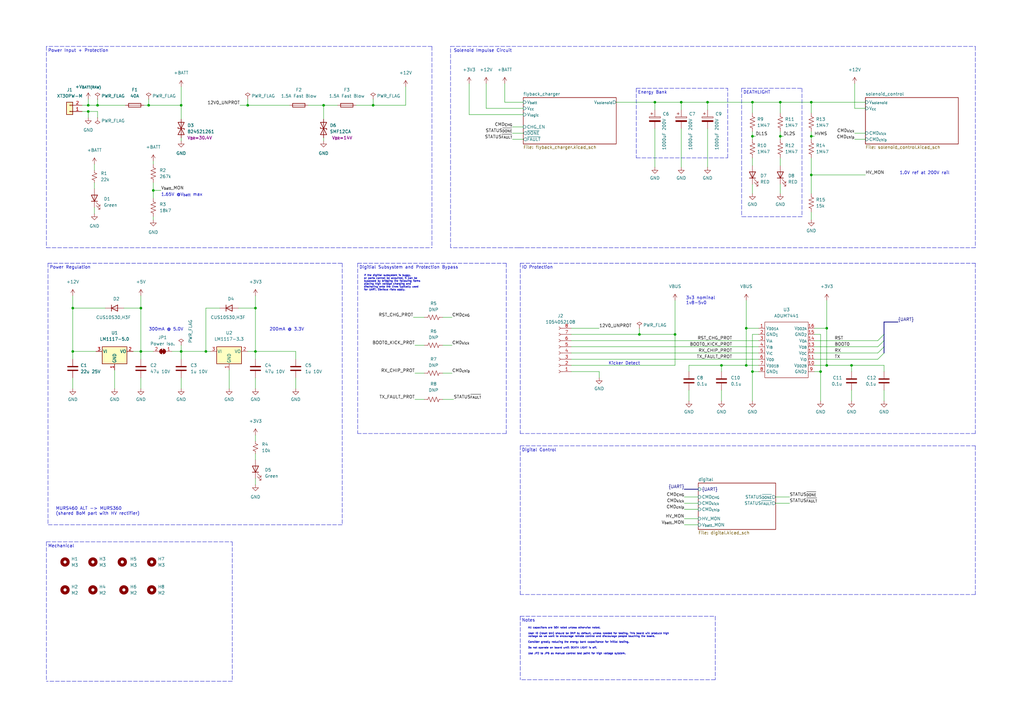
<source format=kicad_sch>
(kicad_sch (version 20211123) (generator eeschema)
  (paper "A3")
  (title_block (title "Kicker Board") (date "2023-02-03") (rev "v1.0.0") (company "A-Team") (comment 1 "Author: W. Stuckey"))
  (lib_symbols
    (symbol "AT-IC:ADUM7441"
      (property "Reference" "U" (at -7.62 -12.7 0))
      (property "Value" "ADUM7441" (at -2.54 12.7 0))
      (symbol "ADUM7441_1_1"
        (pin power_in line (at -11.43 8.89 0) (length 2.54) (name "V_{DD1A}") (number "1"))
        (pin power_in line (at 11.43 -6.35 180) (length 2.54) (name "V_{DD2B}") (number "10"))
        (pin input line (at 11.43 -3.81 180) (length 2.54) (name "V_{ID}") (number "11"))
        (pin output line (at 11.43 -1.27 180) (length 2.54) (name "V_{OC}") (number "12"))
        (pin output line (at 11.43 1.27 180) (length 2.54) (name "V_{OB}") (number "13"))
        (pin output line (at 11.43 3.81 180) (length 2.54) (name "V_{OA}") (number "14"))
        (pin power_in line (at 11.43 6.35 180) (length 2.54) (name "GND_{2}") (number "15"))
        (pin power_in line (at 11.43 8.89 180) (length 2.54) (name "V_{DD2A}") (number "16"))
        (pin power_in line (at -11.43 6.35 0) (length 2.54) (name "GND_{1}") (number "2"))
        (pin input line (at -11.43 3.81 0) (length 2.54) (name "V_{IA}") (number "3"))
        (pin input line (at -11.43 1.27 0) (length 2.54) (name "V_{IB}") (number "4"))
        (pin input line (at -11.43 -1.27 0) (length 2.54) (name "V_{IC}") (number "5"))
        (pin output line (at -11.43 -3.81 0) (length 2.54) (name "V_{OD}") (number "6"))
        (pin power_in line (at -11.43 -6.35 0) (length 2.54) (name "V_{DD1B}") (number "7"))
        (pin power_in line (at -11.43 -8.89 0) (length 2.54) (name "GND_{1}") (number "8"))
        (pin power_in line (at 11.43 -8.89 180) (length 2.54) (name "GND_{2}") (number "9"))
      )
    )
    (symbol "AT-Supplies:+V_{BATT(RAW)}" (power) (pin_names (offset 0)) (in_bom no) (on_board no)
      (property "Value" "+V_{BATT(RAW)}" (at 0 5.08 0))
      (symbol "+V_{BATT(RAW)}_1_1"
        (pin power_in line (at 0 0 90) (length 0) hide (name "+V_{BATT(RAW)}") (number "1"))
      )
    )
    (symbol "Connector:Conn_01x08_Female" (pin_names (offset 1.016) hide)
      (property "Reference" "J" (at 0 10.16 0))
      (property "Value" "Conn_01x08_Female" (at 0 -12.7 0))
      (symbol "Conn_01x08_Female_1_1"
        (pin passive line (at -5.08 7.62 0) (length 3.81) (name "Pin_1") (number "1"))
        (pin passive line (at -5.08 5.08 0) (length 3.81) (name "Pin_2") (number "2"))
        (pin passive line (at -5.08 2.54 0) (length 3.81) (name "Pin_3") (number "3"))
        (pin passive line (at -5.08 0 0) (length 3.81) (name "Pin_4") (number "4"))
        (pin passive line (at -5.08 -2.54 0) (length 3.81) (name "Pin_5") (number "5"))
        (pin passive line (at -5.08 -5.08 0) (length 3.81) (name "Pin_6") (number "6"))
        (pin passive line (at -5.08 -7.62 0) (length 3.81) (name "Pin_7") (number "7"))
        (pin passive line (at -5.08 -10.16 0) (length 3.81) (name "Pin_8") (number "8"))
      )
    )
    (symbol "Connector_Generic:Conn_01x02" (pin_names (offset 1.016) hide)
      (property "Reference" "J" (at 0 2.54 0))
      (property "Value" "Conn_01x02" (at 0 -5.08 0))
      (symbol "Conn_01x02_1_1"
        (pin passive line (at -5.08 0 0) (length 3.81) (name "Pin_1") (number "1"))
        (pin passive line (at -5.08 -2.54 0) (length 3.81) (name "Pin_2") (number "2"))
      )
    )
    (symbol "Device:C" (pin_numbers hide) (pin_names (offset 0.254))
      (property "Reference" "C" (at 0.635 2.54 0))
      (property "Value" "C" (at 0.635 -2.54 0))
      (symbol "C_1_1"
        (pin passive line (at 0 3.81 270) (length 2.794) (name "~") (number "1"))
        (pin passive line (at 0 -3.81 90) (length 2.794) (name "~") (number "2"))
      )
    )
    (symbol "Device:C_Polarized" (pin_numbers hide) (pin_names (offset 0.254))
      (property "Reference" "C" (at 0.635 2.54 0))
      (property "Value" "C_Polarized" (at 0.635 -2.54 0))
      (symbol "C_Polarized_1_1"
        (pin passive line (at 0 3.81 270) (length 2.794) (name "~") (number "1"))
        (pin passive line (at 0 -3.81 90) (length 2.794) (name "~") (number "2"))
      )
    )
    (symbol "Device:D" (pin_numbers hide) (pin_names (offset 1.016) hide)
      (property "Reference" "D" (at 0 2.54 0))
      (property "Value" "D" (at 0 -2.54 0))
      (symbol "D_1_1"
        (pin passive line (at -3.81 0 0) (length 2.54) (name "K") (number "1"))
        (pin passive line (at 3.81 0 180) (length 2.54) (name "A") (number "2"))
      )
    )
    (symbol "Device:D_TVS" (pin_numbers hide) (pin_names (offset 1.016) hide)
      (property "Reference" "D" (at 0 2.54 0))
      (property "Value" "D_TVS" (at 0 -2.54 0))
      (symbol "D_TVS_1_1"
        (pin passive line (at -3.81 0 0) (length 2.54) (name "A1") (number "1"))
        (pin passive line (at 3.81 0 180) (length 2.54) (name "A2") (number "2"))
      )
    )
    (symbol "Device:Fuse" (pin_numbers hide) (pin_names (offset 0))
      (property "Reference" "F" (at 2.032 0 90))
      (property "Value" "Fuse" (at -1.905 0 90))
      (symbol "Fuse_1_1"
        (pin passive line (at 0 3.81 270) (length 1.27) (name "~") (number "1"))
        (pin passive line (at 0 -3.81 90) (length 1.27) (name "~") (number "2"))
      )
    )
    (symbol "Device:LED" (pin_numbers hide) (pin_names (offset 1.016) hide)
      (property "Reference" "D" (at 0 2.54 0))
      (property "Value" "LED" (at 0 -2.54 0))
      (symbol "LED_1_1"
        (pin passive line (at -3.81 0 0) (length 2.54) (name "K") (number "1"))
        (pin passive line (at 3.81 0 180) (length 2.54) (name "A") (number "2"))
      )
    )
    (symbol "Device:R_Small_US" (pin_numbers hide) (pin_names (offset 0.254) hide)
      (property "Reference" "R" (at 0.762 0.508 0))
      (property "Value" "R_Small_US" (at 0.762 -1.016 0))
      (symbol "R_Small_US_1_1"
        (pin passive line (at 0 2.54 270) (length 1.016) (name "~") (number "1"))
        (pin passive line (at 0 -2.54 90) (length 1.016) (name "~") (number "2"))
      )
    )
    (symbol "Device:R_US" (pin_numbers hide) (pin_names (offset 0))
      (property "Reference" "R" (at 2.54 0 90))
      (property "Value" "R_US" (at -2.54 0 90))
      (symbol "R_US_1_1"
        (pin passive line (at 0 3.81 270) (length 1.27) (name "~") (number "1"))
        (pin passive line (at 0 -3.81 90) (length 1.27) (name "~") (number "2"))
      )
    )
    (symbol "Jumper:SolderJumper_2_Bridged" (pin_names (offset 0) hide)
      (property "Reference" "JP" (at 0 2.032 0))
      (property "Value" "SolderJumper_2_Bridged" (at 0 -2.54 0))
      (symbol "SolderJumper_2_Bridged_1_1"
        (pin passive line (at -3.81 0 0) (length 2.54) (name "A") (number "1"))
        (pin passive line (at 3.81 0 180) (length 2.54) (name "B") (number "2"))
      )
    )
    (symbol "Mechanical:MountingHole" (pin_names (offset 1.016))
      (property "Reference" "H" (at 0 5.08 0))
      (property "Value" "MountingHole" (at 0 3.175 0))
    )
    (symbol "Regulator_Linear:LM1117-3.3" (pin_names (offset 0.254))
      (property "Reference" "U" (at -3.81 3.175 0))
      (property "Value" "LM1117-3.3" (at 0 3.175 0))
      (symbol "LM1117-3.3_1_1"
        (pin power_in line (at 0 -7.62 90) (length 2.54) (name "GND") (number "1"))
        (pin power_out line (at 7.62 0 180) (length 2.54) (name "VO") (number "2"))
        (pin power_in line (at -7.62 0 0) (length 2.54) (name "VI") (number "3"))
      )
    )
    (symbol "Regulator_Linear:LM1117-5.0" (pin_names (offset 0.254))
      (property "Reference" "U" (at -3.81 3.175 0))
      (property "Value" "LM1117-5.0" (at 0 3.175 0))
      (symbol "LM1117-5.0_1_1"
        (pin power_in line (at 0 -7.62 90) (length 2.54) (name "GND") (number "1"))
        (pin power_out line (at 7.62 0 180) (length 2.54) (name "VO") (number "2"))
        (pin power_in line (at -7.62 0 0) (length 2.54) (name "VI") (number "3"))
      )
    )
    (symbol "power:+12V" (power) (pin_names (offset 0))
      (property "Value" "+12V" (at 0 3.556 0))
      (symbol "+12V_1_1"
        (pin power_in line (at 0 0 90) (length 0) hide (name "+12V") (number "1"))
      )
    )
    (symbol "power:+3.3V" (power) (pin_names (offset 0))
      (property "Value" "+3.3V" (at 0 3.556 0))
      (symbol "+3.3V_1_1"
        (pin power_in line (at 0 0 90) (length 0) hide (name "+3V3") (number "1"))
      )
    )
    (symbol "power:+5V" (power) (pin_names (offset 0))
      (property "Value" "+5V" (at 0 3.556 0))
      (symbol "+5V_1_1"
        (pin power_in line (at 0 0 90) (length 0) hide (name "+5V") (number "1"))
      )
    )
    (symbol "power:+BATT" (power) (pin_names (offset 0))
      (property "Value" "+BATT" (at 0 3.556 0))
      (symbol "+BATT_1_1"
        (pin power_in line (at 0 0 90) (length 0) hide (name "+BATT") (number "1"))
      )
    )
    (symbol "power:GND" (power) (pin_names (offset 0))
      (property "Value" "GND" (at 0 -3.81 0))
      (symbol "GND_1_1"
        (pin power_in line (at 0 0 270) (length 0) hide (name "GND") (number "1"))
      )
    )
    (symbol "power:PWR_FLAG" (power) (pin_numbers hide) (pin_names (offset 0) hide)
      (property "Value" "PWR_FLAG" (at 0 3.81 0))
      (symbol "PWR_FLAG_0_0"
        (pin power_out line (at 0 0 90) (length 0) (name "pwr") (number "1"))
      )
    )
    (symbol "power:VBUS" (power) (pin_names (offset 0))
      (property "Value" "VBUS" (at 0 3.81 0))
      (symbol "VBUS_1_1"
        (pin power_in line (at 0 0 90) (length 0) hide (name "VBUS") (number "1"))
      )
    )
  )
  (bus_alias "UART" (members "RX" "TX" "RST" "BOOT0"))
  (junction (at 84.455 144.145))
  (junction (at 60.96 43.18))
  (junction (at 279.4 41.91))
  (junction (at 101.6 43.18))
  (junction (at 306.07 134.62))
  (junction (at 57.785 126.365))
  (junction (at 349.25 149.86))
  (junction (at 268.605 41.91))
  (junction (at 40.005 43.18))
  (junction (at 332.74 71.755))
  (junction (at 153.035 43.18))
  (junction (at 74.295 43.18))
  (junction (at 262.255 137.16))
  (junction (at 320.04 55.88))
  (junction (at 57.785 144.145))
  (junction (at 339.09 134.62))
  (junction (at 104.775 126.365))
  (junction (at 336.55 152.4))
  (junction (at 290.195 41.91))
  (junction (at 29.845 126.365))
  (junction (at 104.775 144.145))
  (junction (at 132.715 43.18))
  (junction (at 308.61 41.91))
  (junction (at 29.845 144.145))
  (junction (at 276.86 137.16))
  (junction (at 332.74 41.91))
  (junction (at 308.61 55.88))
  (junction (at 36.195 45.72))
  (junction (at 320.04 41.91))
  (junction (at 295.91 149.86))
  (junction (at 308.61 152.4))
  (junction (at 332.74 55.88))
  (junction (at 306.07 149.86))
  (junction (at 36.195 43.18))
  (junction (at 74.295 144.145))
  (junction (at 62.865 78.105))
  (junction (at 339.09 149.86))
  (bus_entry (at 360.045 139.7) (size 2.54 -2.54))
  (bus_entry (at 360.045 142.24) (size 2.54 -2.54))
  (bus_entry (at 360.045 147.32) (size 2.54 -2.54))
  (bus_entry (at 360.045 144.78) (size 2.54 -2.54))
  (wire (pts (xy 290.195 41.91) (xy 308.61 41.91)))
  (wire (pts (xy 350.52 57.15) (xy 354.965 57.15)))
  (wire (pts (xy 295.91 149.86) (xy 295.91 152.4)))
  (wire (pts (xy 170.18 163.83) (xy 173.99 163.83)))
  (wire (pts (xy 332.74 41.91) (xy 354.965 41.91)))
  (wire (pts (xy 279.4 41.91) (xy 290.195 41.91)))
  (wire (pts (xy 245.745 152.4) (xy 245.745 154.94)))
  (polyline (pts (xy 146.685 107.95) (xy 207.645 107.95)))
  (wire (pts (xy 84.455 144.145) (xy 86.36 144.145)))
  (wire (pts (xy 121.285 144.145) (xy 121.285 147.32)))
  (wire (pts (xy 74.295 35.56) (xy 74.295 43.18)))
  (wire (pts (xy 268.605 52.705) (xy 268.605 68.58)))
  (wire (pts (xy 295.91 149.86) (xy 282.575 149.86)))
  (wire (pts (xy 308.61 41.91) (xy 320.04 41.91)))
  (polyline (pts (xy 146.685 107.95) (xy 146.685 177.8)))
  (wire (pts (xy 59.055 43.18) (xy 60.96 43.18)))
  (wire (pts (xy 181.61 130.175) (xy 185.42 130.175)))
  (wire (pts (xy 101.6 144.145) (xy 104.775 144.145)))
  (wire (pts (xy 276.86 149.86) (xy 276.86 137.16)))
  (wire (pts (xy 320.04 53.975) (xy 320.04 55.88)))
  (wire (pts (xy 279.4 41.91) (xy 279.4 45.085)))
  (wire (pts (xy 62.865 78.105) (xy 62.865 81.28)))
  (polyline (pts (xy 298.45 64.77) (xy 298.45 36.195)))
  (wire (pts (xy 132.715 43.18) (xy 132.715 48.895)))
  (wire (pts (xy 282.575 149.86) (xy 282.575 152.4)))
  (bus (pts (xy 362.585 137.16) (xy 362.585 139.7)))
  (polyline (pts (xy 19.685 107.95) (xy 19.685 215.265)))
  (wire (pts (xy 29.845 144.145) (xy 29.845 147.32)))
  (wire (pts (xy 104.775 178.435) (xy 104.775 180.975)))
  (wire (pts (xy 252.73 41.91) (xy 268.605 41.91)))
  (wire (pts (xy 104.775 144.145) (xy 121.285 144.145)))
  (wire (pts (xy 306.07 123.19) (xy 306.07 134.62)))
  (wire (pts (xy 234.315 144.78) (xy 311.15 144.78)))
  (wire (pts (xy 104.775 186.055) (xy 104.775 188.595)))
  (polyline (pts (xy 95.25 279.4) (xy 19.05 279.4)))
  (wire (pts (xy 320.04 55.88) (xy 321.31 55.88)))
  (wire (pts (xy 349.25 149.86) (xy 362.585 149.86)))
  (wire (pts (xy 57.785 126.365) (xy 57.785 144.145)))
  (polyline (pts (xy 213.36 252.73) (xy 293.37 252.73)))
  (wire (pts (xy 336.55 152.4) (xy 336.55 164.465)))
  (wire (pts (xy 306.07 149.86) (xy 311.15 149.86)))
  (wire (pts (xy 93.98 151.765) (xy 93.98 159.385)))
  (wire (pts (xy 234.315 139.7) (xy 311.15 139.7)))
  (wire (pts (xy 339.09 123.19) (xy 339.09 134.62)))
  (wire (pts (xy 334.01 147.32) (xy 360.045 147.32)))
  (wire (pts (xy 29.845 121.285) (xy 29.845 126.365)))
  (wire (pts (xy 36.195 43.18) (xy 40.005 43.18)))
  (wire (pts (xy 121.285 154.94) (xy 121.285 159.385)))
  (wire (pts (xy 308.61 137.16) (xy 308.61 152.4)))
  (wire (pts (xy 74.295 43.18) (xy 74.295 48.895)))
  (polyline (pts (xy 19.05 19.05) (xy 19.05 101.6)))
  (wire (pts (xy 84.455 126.365) (xy 84.455 144.145)))
  (wire (pts (xy 280.67 215.265) (xy 286.385 215.265)))
  (wire (pts (xy 57.785 144.145) (xy 62.865 144.145)))
  (wire (pts (xy 74.295 144.145) (xy 74.295 147.32)))
  (wire (pts (xy 318.135 203.835) (xy 323.85 203.835)))
  (wire (pts (xy 306.07 134.62) (xy 306.07 149.86)))
  (wire (pts (xy 192.405 46.99) (xy 214.63 46.99)))
  (polyline (pts (xy 293.37 278.765) (xy 213.36 278.765)))
  (wire (pts (xy 101.6 43.18) (xy 118.745 43.18)))
  (polyline (pts (xy 328.93 88.9) (xy 304.165 88.9)))
  (wire (pts (xy 104.775 144.145) (xy 104.775 147.32)))
  (wire (pts (xy 311.15 137.16) (xy 308.61 137.16)))
  (polyline (pts (xy 400.05 19.05) (xy 400.05 101.6)))
  (wire (pts (xy 320.04 75.565) (xy 320.04 79.375)))
  (wire (pts (xy 51.435 43.18) (xy 40.005 43.18)))
  (wire (pts (xy 332.74 64.77) (xy 332.74 71.755)))
  (bus (pts (xy 280.67 200.66) (xy 286.385 200.66)))
  (wire (pts (xy 104.775 121.285) (xy 104.775 126.365)))
  (polyline (pts (xy 400.05 101.6) (xy 213.36 101.6)))
  (wire (pts (xy 170.18 153.035) (xy 173.99 153.035)))
  (wire (pts (xy 62.865 88.9) (xy 62.865 90.17)))
  (wire (pts (xy 57.785 144.145) (xy 57.785 147.32)))
  (wire (pts (xy 308.61 53.975) (xy 308.61 55.88)))
  (polyline (pts (xy 207.645 177.8) (xy 146.685 177.8)))
  (wire (pts (xy 210.185 54.61) (xy 214.63 54.61)))
  (wire (pts (xy 74.295 141.605) (xy 74.295 144.145)))
  (wire (pts (xy 339.09 149.86) (xy 334.01 149.86)))
  (wire (pts (xy 33.655 45.72) (xy 36.195 45.72)))
  (polyline (pts (xy 400.05 107.95) (xy 400.05 177.8)))
  (polyline (pts (xy 400.05 243.84) (xy 213.36 243.84)))
  (bus (pts (xy 368.3 132.08) (xy 362.585 132.08)))
  (wire (pts (xy 50.8 126.365) (xy 57.785 126.365)))
  (wire (pts (xy 290.195 41.91) (xy 290.195 45.085)))
  (bus (pts (xy 362.585 142.24) (xy 362.585 144.78)))
  (polyline (pts (xy 95.25 222.25) (xy 95.25 279.4)))
  (wire (pts (xy 210.185 52.07) (xy 214.63 52.07)))
  (wire (pts (xy 339.09 134.62) (xy 339.09 149.86)))
  (wire (pts (xy 97.79 126.365) (xy 104.775 126.365)))
  (wire (pts (xy 40.005 48.26) (xy 40.005 45.72)))
  (wire (pts (xy 166.37 43.18) (xy 166.37 35.56)))
  (wire (pts (xy 40.005 40.64) (xy 40.005 43.18)))
  (wire (pts (xy 38.735 67.31) (xy 38.735 69.85)))
  (wire (pts (xy 74.295 144.145) (xy 84.455 144.145)))
  (wire (pts (xy 320.04 41.91) (xy 332.74 41.91)))
  (wire (pts (xy 207.01 41.91) (xy 214.63 41.91)))
  (wire (pts (xy 282.575 160.02) (xy 282.575 164.465)))
  (wire (pts (xy 295.91 160.02) (xy 295.91 164.465)))
  (wire (pts (xy 62.865 67.31) (xy 62.865 66.04)))
  (polyline (pts (xy 213.36 107.95) (xy 400.05 107.95)))
  (wire (pts (xy 262.255 137.16) (xy 276.86 137.16)))
  (wire (pts (xy 62.865 78.105) (xy 66.04 78.105)))
  (wire (pts (xy 234.315 149.86) (xy 276.86 149.86)))
  (polyline (pts (xy 293.37 252.73) (xy 293.37 278.765)))
  (polyline (pts (xy 177.165 19.05) (xy 19.05 19.05)))
  (polyline (pts (xy 400.05 177.8) (xy 213.36 177.8)))
  (wire (pts (xy 60.96 40.64) (xy 60.96 43.18)))
  (bus (pts (xy 362.585 132.08) (xy 362.585 137.16)))
  (wire (pts (xy 29.845 126.365) (xy 29.845 144.145)))
  (wire (pts (xy 104.775 126.365) (xy 104.775 144.145)))
  (wire (pts (xy 46.99 151.765) (xy 46.99 159.385)))
  (wire (pts (xy 29.845 154.94) (xy 29.845 159.385)))
  (wire (pts (xy 279.4 52.705) (xy 279.4 68.58)))
  (polyline (pts (xy 304.165 36.195) (xy 328.93 36.195)))
  (wire (pts (xy 362.585 149.86) (xy 362.585 152.4)))
  (wire (pts (xy 132.715 43.18) (xy 138.43 43.18)))
  (wire (pts (xy 70.485 144.145) (xy 74.295 144.145)))
  (wire (pts (xy 153.035 43.18) (xy 166.37 43.18)))
  (wire (pts (xy 332.74 71.755) (xy 354.965 71.755)))
  (polyline (pts (xy 212.725 101.6) (xy 184.785 101.6)))
  (wire (pts (xy 311.15 152.4) (xy 308.61 152.4)))
  (polyline (pts (xy 19.685 107.95) (xy 140.335 107.95)))
  (wire (pts (xy 332.74 71.755) (xy 332.74 79.375)))
  (wire (pts (xy 349.25 149.86) (xy 349.25 152.4)))
  (wire (pts (xy 332.74 55.88) (xy 334.01 55.88)))
  (wire (pts (xy 210.185 57.15) (xy 214.63 57.15)))
  (wire (pts (xy 90.17 126.365) (xy 84.455 126.365)))
  (wire (pts (xy 181.61 141.605) (xy 185.42 141.605)))
  (polyline (pts (xy 260.985 64.77) (xy 298.45 64.77)))
  (polyline (pts (xy 19.05 222.25) (xy 19.05 279.4)))
  (polyline (pts (xy 140.335 215.265) (xy 19.685 215.265)))
  (wire (pts (xy 308.61 64.77) (xy 308.61 67.945)))
  (polyline (pts (xy 213.36 101.6) (xy 212.725 101.6)))
  (wire (pts (xy 349.25 149.86) (xy 339.09 149.86)))
  (bus (pts (xy 362.585 139.7) (xy 362.585 142.24)))
  (wire (pts (xy 181.61 163.83) (xy 186.055 163.83)))
  (wire (pts (xy 126.365 43.18) (xy 132.715 43.18)))
  (wire (pts (xy 362.585 160.02) (xy 362.585 164.465)))
  (wire (pts (xy 280.67 208.915) (xy 286.385 208.915)))
  (wire (pts (xy 268.605 41.91) (xy 279.4 41.91)))
  (polyline (pts (xy 19.05 222.25) (xy 95.25 222.25)))
  (wire (pts (xy 101.6 40.64) (xy 101.6 43.18)))
  (wire (pts (xy 181.61 153.035) (xy 185.42 153.035)))
  (wire (pts (xy 280.67 212.725) (xy 286.385 212.725)))
  (wire (pts (xy 308.61 55.88) (xy 308.61 57.15)))
  (polyline (pts (xy 184.785 19.05) (xy 400.05 19.05)))
  (wire (pts (xy 306.07 134.62) (xy 311.15 134.62)))
  (wire (pts (xy 74.295 154.94) (xy 74.295 159.385)))
  (wire (pts (xy 74.295 56.515) (xy 74.295 57.785)))
  (polyline (pts (xy 304.165 36.195) (xy 304.165 88.9)))
  (polyline (pts (xy 213.36 182.88) (xy 400.05 182.88)))
  (wire (pts (xy 199.39 44.45) (xy 214.63 44.45)))
  (polyline (pts (xy 213.36 252.73) (xy 213.36 278.765)))
  (wire (pts (xy 234.315 137.16) (xy 262.255 137.16)))
  (wire (pts (xy 104.775 196.215) (xy 104.775 198.755)))
  (wire (pts (xy 332.74 86.995) (xy 332.74 90.17)))
  (wire (pts (xy 350.52 34.29) (xy 350.52 44.45)))
  (wire (pts (xy 234.315 147.32) (xy 311.15 147.32)))
  (wire (pts (xy 268.605 41.91) (xy 268.605 45.085)))
  (wire (pts (xy 153.035 40.64) (xy 153.035 43.18)))
  (wire (pts (xy 334.01 144.78) (xy 360.045 144.78)))
  (wire (pts (xy 276.86 137.16) (xy 276.86 123.19)))
  (wire (pts (xy 308.61 152.4) (xy 308.61 164.465)))
  (wire (pts (xy 36.195 45.72) (xy 36.195 48.26)))
  (polyline (pts (xy 260.985 36.195) (xy 260.985 64.77)))
  (wire (pts (xy 38.735 85.09) (xy 38.735 87.63)))
  (polyline (pts (xy 400.05 182.88) (xy 400.05 243.84)))
  (wire (pts (xy 29.845 144.145) (xy 39.37 144.145)))
  (wire (pts (xy 192.405 34.29) (xy 192.405 46.99)))
  (wire (pts (xy 57.785 121.285) (xy 57.785 126.365)))
  (wire (pts (xy 334.01 139.7) (xy 360.045 139.7)))
  (wire (pts (xy 207.01 34.29) (xy 207.01 41.91)))
  (wire (pts (xy 308.61 55.88) (xy 309.88 55.88)))
  (wire (pts (xy 308.61 46.355) (xy 308.61 41.91)))
  (wire (pts (xy 36.195 45.72) (xy 40.005 45.72)))
  (wire (pts (xy 332.74 55.88) (xy 332.74 57.15)))
  (wire (pts (xy 318.135 206.375) (xy 323.85 206.375)))
  (wire (pts (xy 334.01 137.16) (xy 336.55 137.16)))
  (polyline (pts (xy 140.335 107.95) (xy 140.335 215.265)))
  (polyline (pts (xy 328.93 36.195) (xy 328.93 88.9)))
  (wire (pts (xy 350.52 44.45) (xy 354.965 44.45)))
  (polyline (pts (xy 184.785 101.6) (xy 184.785 19.05)))
  (wire (pts (xy 104.775 154.94) (xy 104.775 159.385)))
  (wire (pts (xy 98.425 43.18) (xy 101.6 43.18)))
  (polyline (pts (xy 260.985 36.195) (xy 298.45 36.195)))
  (wire (pts (xy 280.67 206.375) (xy 286.385 206.375)))
  (wire (pts (xy 295.91 149.86) (xy 306.07 149.86)))
  (polyline (pts (xy 213.36 182.88) (xy 213.36 243.84)))
  (wire (pts (xy 350.52 54.61) (xy 354.965 54.61)))
  (wire (pts (xy 334.01 142.24) (xy 360.045 142.24)))
  (wire (pts (xy 336.55 137.16) (xy 336.55 152.4)))
  (wire (pts (xy 339.09 134.62) (xy 334.01 134.62)))
  (wire (pts (xy 57.785 154.94) (xy 57.785 159.385)))
  (wire (pts (xy 38.735 74.93) (xy 38.735 77.47)))
  (wire (pts (xy 280.67 203.835) (xy 286.385 203.835)))
  (wire (pts (xy 234.315 142.24) (xy 311.15 142.24)))
  (wire (pts (xy 290.195 52.705) (xy 290.195 68.58)))
  (wire (pts (xy 320.04 46.355) (xy 320.04 41.91)))
  (wire (pts (xy 60.96 43.18) (xy 74.295 43.18)))
  (wire (pts (xy 320.04 55.88) (xy 320.04 57.15)))
  (polyline (pts (xy 207.645 107.95) (xy 207.645 177.8)))
  (wire (pts (xy 132.715 56.515) (xy 132.715 57.785)))
  (wire (pts (xy 332.74 46.355) (xy 332.74 41.91)))
  (wire (pts (xy 36.195 40.64) (xy 36.195 43.18)))
  (wire (pts (xy 234.315 152.4) (xy 245.745 152.4)))
  (wire (pts (xy 332.74 53.975) (xy 332.74 55.88)))
  (wire (pts (xy 29.845 126.365) (xy 43.18 126.365)))
  (wire (pts (xy 262.255 134.62) (xy 262.255 137.16)))
  (wire (pts (xy 62.865 74.93) (xy 62.865 78.105)))
  (wire (pts (xy 349.25 160.02) (xy 349.25 164.465)))
  (wire (pts (xy 33.655 43.18) (xy 36.195 43.18)))
  (wire (pts (xy 320.04 64.77) (xy 320.04 67.945)))
  (polyline (pts (xy 19.05 101.6) (xy 177.165 101.6)))
  (wire (pts (xy 54.61 144.145) (xy 57.785 144.145)))
  (wire (pts (xy 308.61 75.565) (xy 308.61 79.375)))
  (wire (pts (xy 334.01 152.4) (xy 336.55 152.4)))
  (wire (pts (xy 170.18 141.605) (xy 173.99 141.605)))
  (wire (pts (xy 199.39 34.29) (xy 199.39 44.45)))
  (wire (pts (xy 234.315 134.62) (xy 245.745 134.62)))
  (polyline (pts (xy 177.165 19.05) (xy 177.165 101.6)))
  (polyline (pts (xy 213.36 107.95) (xy 213.36 177.8)))
  (wire (pts (xy 146.05 43.18) (xy 153.035 43.18)))
  (wire (pts (xy 169.545 130.175) (xy 173.99 130.175)))
  (text "Solenoid Impulse Circuit" (at 186.055 21.59 0) (effects (font (size 1.27 1.27)) (justify left bottom)))
  (text "If the digitial subsystem is buggy, \nor parts cannot be acquired, it can be\nbypassed by bridging the following items\nplacing high voltage charging and \ndischaring onto the lines typically used\nfor UART. Obvious risks apply." (at 149.225 119.38 0) (effects (font (size 0.73 0.73)) (justify left bottom)))
  (text "All capacitors are 50V rated unless otherwise noted.\n\nUser IO (reset btn) should be DNP by default, unless needed for testing. This board will produce high\nvoltage so we want to encourage remote control and discourage people touching the board.\n\nConsider greatly reducing the energy bank capacitance for initial testing.\n\nDo not operate on board until DEATH LIGHT is off.\n\nUse JP2 to JP5 as manual control test point for high voltage sytstem." (at 216.535 268.605 0) (effects (font (size 0.73 0.73)) (justify left bottom)))
  (text "Notes" (at 213.995 255.27 0) (effects (font (size 1.27 1.27)) (justify left bottom)))
  (text "Energy Bank" (at 261.62 38.735 0) (effects (font (size 1.27 1.27)) (justify left bottom)))
  (text "Power Input + Protection" (at 19.685 21.59 0) (effects (font (size 1.27 1.27)) (justify left bottom)))
  (text "Power Regulation" (at 20.32 110.49 0) (effects (font (size 1.27 1.27)) (justify left bottom)))
  (text "MURS460 ALT -> MURS360\n(shared BoM part with HV rectifier)" (at 22.86 211.455 0) (effects (font (size 1.27 1.27)) (justify left bottom)))
  (text "200mA @ 3.3V" (at 110.49 135.89 0) (effects (font (size 1.27 1.27)) (justify left bottom)))
  (text "DEATHLIGHT" (at 304.8 38.735 0) (effects (font (size 1.27 1.27)) (justify left bottom)))
  (text "Mechanical" (at 19.685 224.79 0) (effects (font (size 1.27 1.27)) (justify left bottom)))
  (text "Kicker Detect" (at 249.555 149.86 0) (effects (font (size 1.27 1.27)) (justify left bottom)))
  (text "1.65V @V_{batt} max" (at 66.04 80.645 0) (effects (font (size 1.27 1.27)) (justify left bottom)))
  (text "1.0V ref at 200V rail" (at 368.935 71.755 0) (effects (font (size 1.27 1.27)) (justify left bottom)))
  (text "300mA @ 5.0V" (at 60.96 135.89 0) (effects (font (size 1.27 1.27)) (justify left bottom)))
  (text "Digital Control" (at 213.995 185.42 0) (effects (font (size 1.27 1.27)) (justify left bottom)))
  (text "IO Protection" (at 213.995 110.49 0) (effects (font (size 1.27 1.27)) (justify left bottom)))
  (text "3v3 nominal\n1v8-5v0" (at 281.305 125.095 0) (effects (font (size 1.27 1.27)) (justify left bottom)))
  (text "Digitial Subsystem and Protection Bypass" (at 147.32 110.49 0) (effects (font (size 1.27 1.27)) (justify left bottom)))
  (label "RST" (at 342.265 139.7 0))
  (label "V_{batt}_MON" (at 66.04 78.105 0))
  (label "STATUS_{~{FAULT}}" (at 186.055 163.83 0))
  (label "RX" (at 342.265 144.78 0))
  (label "12V0_UNPROT" (at 245.745 134.62 0))
  (label "STATUS_{~{DONE}}" (at 210.185 54.61 180))
  (label "RST_CHG_PROT" (at 169.545 130.175 180))
  (label "{UART}" (at 368.3 132.08 0))
  (label "TX_FAULT_PROT" (at 170.18 163.83 180))
  (label "RX_CHIP_PROT" (at 300.355 144.78 180))
  (label "CMD_{CHG}" (at 210.185 52.07 180))
  (label "CMD_{kick}" (at 185.42 141.605 0))
  (label "V_{batt}_MON" (at 280.67 215.265 180))
  (label "CMD_{chip}" (at 185.42 153.035 0))
  (label "HVMS" (at 334.01 55.88 0))
  (label "12V0_UNPROT" (at 98.425 43.18 180))
  (label "CMD_{CHG}" (at 185.42 130.175 0))
  (label "CMD_{chip}" (at 280.67 208.915 180))
  (label "CMD_{chip}" (at 350.52 57.15 180))
  (label "STATUS_{~{DONE}}" (at 323.85 203.835 0))
  (label "CMD_{CHG}" (at 280.67 203.835 180))
  (label "CMD_{kick}" (at 280.67 206.375 180))
  (label "BOOT0" (at 342.265 142.24 0))
  (label "CMD_{kick}" (at 350.52 54.61 180))
  (label "HV_MON" (at 280.67 212.725 180))
  (label "RX_CHIP_PROT" (at 170.18 153.035 180))
  (label "BOOT0_KICK_PROT" (at 300.355 142.24 180))
  (label "BOOT0_KICK_PROT" (at 170.18 141.605 180))
  (label "TX_FAULT_PROT" (at 300.355 147.32 180))
  (label "STATUS_{~{FAULT}}" (at 210.185 57.15 180))
  (label "RST_CHG_PROT" (at 300.355 139.7 180))
  (label "DL2S" (at 321.31 55.88 0))
  (label "DL1S" (at 309.88 55.88 0))
  (label "TX" (at 342.265 147.32 0))
  (label "{UART}" (at 280.67 200.66 180))
  (label "HV_MON" (at 354.965 71.755 0))
  (label "STATUS_{~{FAULT}}" (at 323.85 206.375 0))
  (symbol (lib_id "Regulator_Linear:LM1117-5.0") (at 46.99 144.145 0) (unit 1)
    (property "Reference" "U1" (at 46.99 136.525 0))
    (property "Value" "LM1117-5.0" (at 46.99 139.065 0))
    (property "Footprint" "Package_TO_SOT_SMD:TO-252-2" (effects hide))
    (property "Datasheet" "http://www.ti.com/lit/ds/symlink/lm1117.pdf" (effects hide))
  )
  (symbol (lib_id "Device:C_Polarized") (at 290.195 48.895 0) (unit 1)
    (property "Reference" "C9" (at 293.37 46.7359 0) (effects (justify left)))
    (property "Value" "1000uF 200V" (at 294.005 61.595 90) (effects (justify left)))
    (property "Footprint" "AT-Capacitors:ESMQ201VSN102MQ35S" (effects hide))
    (property "Datasheet" "ESMQ201VSN102MQ35S" (effects hide))
  )
  (symbol (lib_id "Device:D_TVS") (at 74.295 52.705 90) (unit 1)
    (property "Reference" "D3" (at 76.835 51.4349 90) (effects (justify right)))
    (property "Value" "824521261" (at 76.835 53.975 90) (effects (justify right)))
    (property "Footprint" "AT-Discrete:D_SMB_Non-Polar" (effects hide))
    (property "V_{BR}" "V_{BR}=30.4V" (at 81.915 56.515 90))
  )
  (symbol (lib_id "power:+5V") (at 57.785 121.285 0) (unit 1)
    (property "Reference" "#PWR08" (effects hide))
    (property "Value" "+5V" (at 57.785 115.57 0))
  )
  (symbol (lib_id "Device:R_US") (at 177.8 141.605 90) (unit 1)
    (property "Reference" "R6" (at 177.8 135.89 90))
    (property "Value" "DNP" (at 177.8 138.43 90))
    (property "Footprint" "Resistor_SMD:R_0603_1608Metric" (effects hide))
  )
  (symbol (lib_id "Device:D_TVS") (at 132.715 52.705 90) (unit 1)
    (property "Reference" "D6" (at 135.255 51.435 90) (effects (justify right)))
    (property "Value" "SMF12CA" (at 135.255 53.975 90) (effects (justify right)))
    (property "Footprint" "Diode_SMD:D_SOD-123F" (effects hide))
    (property "V_{BR}" "V_{BR}=14V" (at 140.335 56.515 90))
    (property "LCSC" "C920181" (effects hide))
  )
  (symbol (lib_id "power:GND") (at 38.735 87.63 0) (unit 1)
    (property "Reference" "#PWR06" (effects hide))
    (property "Value" "GND" (at 38.735 92.71 0))
  )
  (symbol (lib_id "power:GND") (at 279.4 68.58 0) (unit 1)
    (property "Reference" "#PWR029" (effects hide))
    (property "Value" "GND" (at 279.4 73.025 0))
  )
  (symbol (lib_id "Device:C") (at 295.91 156.21 0) (unit 1)
    (property "Reference" "C10" (at 299.72 154.9399 0) (effects (justify left)))
    (property "Value" "0.1u" (at 299.72 157.4799 0) (effects (justify left)))
    (property "Footprint" "Capacitor_SMD:C_0603_1608Metric" (effects hide))
    (property "LCSC" "C14663" (effects hide))
  )
  (symbol (lib_id "Device:R_US") (at 320.04 50.165 0) (unit 1)
    (property "Reference" "R11" (at 321.945 48.8949 0) (effects (justify left)))
    (property "Value" "1M47" (at 321.945 51.4349 0) (effects (justify left)))
    (property "Footprint" "Resistor_SMD:R_0603_1608Metric" (effects hide))
    (property "LCSC" "C482635" (effects hide))
  )
  (symbol (lib_id "Jumper:SolderJumper_2_Bridged") (at 66.675 144.145 180) (unit 1)
    (property "Reference" "JP1" (at 66.675 138.43 0))
    (property "Value" "Power Iso." (at 66.675 140.97 0))
    (property "Footprint" "Jumper:SolderJumper-2_P1.3mm_Bridged_RoundedPad1.0x1.5mm" (effects hide))
  )
  (symbol (lib_id "power:GND") (at 332.74 90.17 0) (unit 1)
    (property "Reference" "#PWR037" (effects hide))
    (property "Value" "GND" (at 332.74 94.615 0))
  )
  (symbol (lib_id "power:+3.3V") (at 192.405 34.29 0) (unit 1)
    (property "Reference" "#PWR023" (effects hide))
    (property "Value" "+3.3V" (at 192.405 28.575 0))
  )
  (symbol (lib_id "Device:Fuse") (at 122.555 43.18 90) (unit 1)
    (property "Reference" "F2" (at 122.555 36.83 90))
    (property "Value" "1.5A Fast Blow" (at 122.555 39.37 90))
    (property "Footprint" "Fuse:Fuse_0603_1608Metric" (effects hide))
    (property "Datasheet" "C2Q 1.5" (effects hide))
  )
  (symbol (lib_id "power:+3.3V") (at 104.775 178.435 0) (unit 1)
    (property "Reference" "#PWR018" (effects hide))
    (property "Value" "+3.3V" (at 104.775 172.72 0))
  )
  (symbol (lib_id "Device:R_US") (at 320.04 60.96 0) (unit 1)
    (property "Reference" "R12" (at 321.945 59.6899 0) (effects (justify left)))
    (property "Value" "1M47" (at 321.945 62.2299 0) (effects (justify left)))
    (property "Footprint" "Resistor_SMD:R_0603_1608Metric" (effects hide))
    (property "LCSC" "C482635" (effects hide))
  )
  (symbol (lib_id "power:GND") (at 349.25 164.465 0) (mirror y) (unit 1)
    (property "Reference" "#PWR040" (effects hide))
    (property "Value" "GND" (at 349.25 168.91 0))
  )
  (symbol (lib_id "power:GND") (at 121.285 159.385 0) (unit 1)
    (property "Reference" "#PWR020" (effects hide))
    (property "Value" "GND" (at 121.285 163.83 0))
  )
  (symbol (lib_id "Device:C") (at 349.25 156.21 0) (mirror y) (unit 1)
    (property "Reference" "C11" (at 345.44 154.9399 0) (effects (justify left)))
    (property "Value" "0.1u" (at 345.44 157.4799 0) (effects (justify left)))
    (property "Footprint" "Capacitor_SMD:C_0603_1608Metric" (effects hide))
    (property "LCSC" "C14663" (effects hide))
  )
  (symbol (lib_id "power:PWR_FLAG") (at 262.255 134.62 0) (unit 1)
    (property "Reference" "#FLG07" (effects hide))
    (property "Value" "PWR_FLAG" (at 268.605 133.35 0))
  )
  (symbol (lib_id "Connector:Conn_01x08_Female") (at 229.235 144.78 180) (unit 1)
    (property "Reference" "J2" (at 229.87 129.54 0))
    (property "Value" "1054052108" (at 229.87 132.08 0))
    (property "Footprint" "Connector_JST:JST_SH_BM08B-SRSS-TB_1x08-1MP_P1.00mm_Vertical" (effects hide))
  )
  (symbol (lib_id "Device:LED") (at 320.04 71.755 90) (unit 1)
    (property "Reference" "D8" (at 323.215 72.0724 90) (effects (justify right)))
    (property "Value" "RED" (at 323.215 74.6124 90) (effects (justify right)))
    (property "Footprint" "AT-LED:LED0603" (effects hide))
    (property "LCSC" "C264440" (effects hide))
  )
  (symbol (lib_id "power:+BATT") (at 207.01 34.29 0) (unit 1)
    (property "Reference" "#PWR025" (effects hide))
    (property "Value" "+BATT" (at 207.01 28.575 0))
  )
  (symbol (lib_id "power:GND") (at 290.195 68.58 0) (unit 1)
    (property "Reference" "#PWR031" (effects hide))
    (property "Value" "GND" (at 290.195 73.025 0))
  )
  (symbol (lib_id "power:PWR_FLAG") (at 40.005 40.64 0) (unit 1)
    (property "Reference" "#FLG01" (effects hide))
    (property "Value" "PWR_FLAG" (at 46.355 39.37 0))
  )
  (symbol (lib_id "power:GND") (at 36.195 48.26 0) (unit 1)
    (property "Reference" "#PWR04" (effects hide))
    (property "Value" "GND" (at 36.195 53.34 0))
  )
  (symbol (lib_id "Mechanical:MountingHole") (at 26.67 241.935 0) (unit 1)
    (property "Reference" "H2" (at 29.21 240.6649 0) (effects (justify left)))
    (property "Value" "M2" (at 29.21 243.2049 0) (effects (justify left)))
    (property "Footprint" "MountingHole:MountingHole_2.2mm_M2_ISO14580_Pad" (effects hide))
  )
  (symbol (lib_id "power:GND") (at 336.55 164.465 0) (mirror y) (unit 1)
    (property "Reference" "#PWR038" (effects hide))
    (property "Value" "GND" (at 336.55 168.91 0))
  )
  (symbol (lib_id "power:+3.3V") (at 104.775 121.285 0) (unit 1)
    (property "Reference" "#PWR016" (effects hide))
    (property "Value" "+3.3V" (at 104.775 115.57 0))
  )
  (symbol (lib_id "power:+3.3V") (at 339.09 123.19 0) (unit 1)
    (property "Reference" "#PWR039" (effects hide))
    (property "Value" "+3.3V" (at 339.09 117.475 0))
  )
  (symbol (lib_id "Connector_Generic:Conn_01x02") (at 28.575 45.72 180) (unit 1)
    (property "Reference" "J1" (at 28.575 36.83 0))
    (property "Value" "XT30PW-M" (at 28.575 39.37 0))
    (property "Footprint" "Connector_AMASS:AMASS_XT30PW-M_1x02_P2.50mm_Horizontal" (effects hide))
  )
  (symbol (lib_id "power:GND") (at 308.61 164.465 0) (unit 1)
    (property "Reference" "#PWR035" (effects hide))
    (property "Value" "GND" (at 308.61 168.91 0))
  )
  (symbol (lib_id "power:GND") (at 104.775 159.385 0) (unit 1)
    (property "Reference" "#PWR017" (effects hide))
    (property "Value" "GND" (at 104.775 163.83 0))
  )
  (symbol (lib_id "Device:R_US") (at 177.8 130.175 90) (unit 1)
    (property "Reference" "R5" (at 177.8 124.46 90))
    (property "Value" "DNP" (at 177.8 127 90))
    (property "Footprint" "Resistor_SMD:R_0603_1608Metric" (effects hide))
  )
  (symbol (lib_id "power:GND") (at 62.865 90.17 0) (unit 1)
    (property "Reference" "#PWR011" (effects hide))
    (property "Value" "GND" (at 62.865 95.25 0))
  )
  (symbol (lib_id "Device:C_Polarized") (at 279.4 48.895 0) (unit 1)
    (property "Reference" "C7" (at 282.575 46.7359 0) (effects (justify left)))
    (property "Value" "1000uF 200V" (at 283.21 61.595 90) (effects (justify left)))
    (property "Footprint" "AT-Capacitors:ESMQ201VSN102MQ35S" (effects hide))
    (property "Datasheet" "ESMQ201VSN102MQ35S" (effects hide))
  )
  (symbol (lib_id "power:PWR_FLAG") (at 101.6 40.64 0) (unit 1)
    (property "Reference" "#FLG05" (effects hide))
    (property "Value" "PWR_FLAG" (at 107.95 39.37 0))
  )
  (symbol (lib_id "Device:LED") (at 104.775 192.405 90) (unit 1)
    (property "Reference" "D5" (at 108.585 192.7224 90) (effects (justify right)))
    (property "Value" "Green" (at 108.585 195.2624 90) (effects (justify right)))
    (property "Footprint" "AT-LED:LED0603" (effects hide))
    (property "LCSC" "C72043" (effects hide))
  )
  (symbol (lib_id "Mechanical:MountingHole") (at 62.23 230.505 0) (unit 1)
    (property "Reference" "H7" (at 64.77 229.2349 0) (effects (justify left)))
    (property "Value" "M3" (at 64.77 231.7749 0) (effects (justify left)))
    (property "Footprint" "MountingHole:MountingHole_3.2mm_M3_ISO7380_Pad" (effects hide))
  )
  (symbol (lib_id "power:PWR_FLAG") (at 40.005 48.26 180) (unit 1)
    (property "Reference" "#FLG02" (effects hide))
    (property "Value" "PWR_FLAG" (at 46.355 49.53 0))
  )
  (symbol (lib_id "power:+12V") (at 199.39 34.29 0) (unit 1)
    (property "Reference" "#PWR024" (effects hide))
    (property "Value" "+12V" (at 199.39 28.575 0))
  )
  (symbol (lib_id "Device:C") (at 121.285 151.13 0) (unit 1)
    (property "Reference" "C5" (at 125.095 149.8599 0) (effects (justify left)))
    (property "Value" "1u 10V" (at 125.095 152.3999 0) (effects (justify left)))
    (property "Footprint" "Capacitor_SMD:C_0603_1608Metric" (effects hide))
    (property "LCSC" "C26413" (effects hide))
  )
  (symbol (lib_id "Device:D") (at 93.98 126.365 0) (unit 1)
    (property "Reference" "D4" (at 93.345 122.555 0) (effects (justify left)))
    (property "Value" "CUS10S30,H3F" (at 86.36 130.175 0) (effects (justify left)))
    (property "Footprint" "Diode_SMD:D_SOD-323" (effects hide))
    (property "LCSC" "C146335" (effects hide))
  )
  (symbol (lib_id "power:GND") (at 93.98 159.385 0) (unit 1)
    (property "Reference" "#PWR015" (effects hide))
    (property "Value" "GND" (at 93.98 163.83 0))
  )
  (symbol (lib_id "Mechanical:MountingHole") (at 62.23 241.935 0) (unit 1)
    (property "Reference" "H8" (at 64.77 240.6649 0) (effects (justify left)))
    (property "Value" "M2" (at 64.77 243.2049 0) (effects (justify left)))
    (property "Footprint" "MountingHole:MountingHole_2.2mm_M2_ISO14580_Pad" (effects hide))
  )
  (symbol (lib_id "Device:LED") (at 38.735 81.28 90) (unit 1)
    (property "Reference" "D1" (at 42.545 81.5974 90) (effects (justify right)))
    (property "Value" "Green" (at 42.545 84.1374 90) (effects (justify right)))
    (property "Footprint" "AT-LED:LED0603" (effects hide))
    (property "LCSC" "C72043" (effects hide))
  )
  (symbol (lib_id "Device:Fuse") (at 142.24 43.18 90) (unit 1)
    (property "Reference" "F3" (at 142.24 36.83 90))
    (property "Value" "1.5A Fast Blow" (at 142.24 39.37 90))
    (property "Footprint" "Fuse:Fuse_0603_1608Metric" (effects hide))
    (property "Datasheet" "C2Q 1.5" (effects hide))
  )
  (symbol (lib_id "power:GND") (at 320.04 79.375 0) (unit 1)
    (property "Reference" "#PWR036" (effects hide))
    (property "Value" "GND" (at 320.04 83.82 0))
  )
  (symbol (lib_id "power:GND") (at 46.99 159.385 0) (unit 1)
    (property "Reference" "#PWR07" (effects hide))
    (property "Value" "GND" (at 46.99 163.83 0))
  )
  (symbol (lib_id "Device:LED") (at 308.61 71.755 90) (unit 1)
    (property "Reference" "D7" (at 311.785 72.0724 90) (effects (justify right)))
    (property "Value" "RED" (at 311.785 74.6124 90) (effects (justify right)))
    (property "Footprint" "AT-LED:LED0603" (effects hide))
    (property "LCSC" "C264440" (effects hide))
  )
  (symbol (lib_id "Device:R_US") (at 62.865 71.12 0) (unit 1)
    (property "Reference" "R2" (at 65.405 69.8499 0) (effects (justify left)))
    (property "Value" "267k" (at 65.405 72.3899 0) (effects (justify left)))
    (property "Footprint" "Resistor_SMD:R_0603_1608Metric" (effects hide))
    (property "LCSC" "C227741" (effects hide))
  )
  (symbol (lib_id "power:VBUS") (at 276.86 123.19 0) (unit 1)
    (property "Reference" "#PWR028" (effects hide))
    (property "Value" "VBUS" (at 276.86 117.475 0))
  )
  (symbol (lib_id "Device:R_US") (at 308.61 60.96 0) (unit 1)
    (property "Reference" "R10" (at 310.515 59.6899 0) (effects (justify left)))
    (property "Value" "1M47" (at 310.515 62.2299 0) (effects (justify left)))
    (property "Footprint" "Resistor_SMD:R_0603_1608Metric" (effects hide))
    (property "LCSC" "C482635" (effects hide))
  )
  (symbol (lib_id "Device:R_Small_US") (at 104.775 183.515 0) (unit 1)
    (property "Reference" "R4" (at 107.315 182.2449 0) (effects (justify left)))
    (property "Value" "10k" (at 107.315 184.7849 0) (effects (justify left)))
    (property "Footprint" "Resistor_SMD:R_0603_1608Metric" (effects hide))
    (property "LCSC" "C25804" (effects hide))
  )
  (symbol (lib_id "AT-IC:ADUM7441") (at 322.58 143.51 0) (unit 1)
    (property "Reference" "U3" (at 322.58 127 0))
    (property "Value" "ADUM7441" (at 322.58 129.54 0))
    (property "Footprint" "Package_SO:QSOP-16_3.9x4.9mm_P0.635mm" (effects hide))
    (property "LCSC" "C661776" (effects hide))
  )
  (symbol (lib_id "power:GND") (at 308.61 79.375 0) (unit 1)
    (property "Reference" "#PWR034" (effects hide))
    (property "Value" "GND" (at 308.61 83.82 0))
  )
  (symbol (lib_id "power:+12V") (at 166.37 35.56 0) (unit 1)
    (property "Reference" "#PWR022" (effects hide))
    (property "Value" "+12V" (at 166.37 29.845 0))
  )
  (symbol (lib_id "power:GND") (at 29.845 159.385 0) (unit 1)
    (property "Reference" "#PWR02" (effects hide))
    (property "Value" "GND" (at 29.845 163.83 0))
  )
  (symbol (lib_id "Device:D") (at 46.99 126.365 0) (unit 1)
    (property "Reference" "D2" (at 46.355 122.555 0) (effects (justify left)))
    (property "Value" "CUS10S30,H3F" (at 39.37 130.175 0) (effects (justify left)))
    (property "Footprint" "Diode_SMD:D_SOD-323" (effects hide))
    (property "LCSC" "C146335" (effects hide))
  )
  (symbol (lib_id "power:VBUS") (at 306.07 123.19 0) (unit 1)
    (property "Reference" "#PWR033" (effects hide))
    (property "Value" "VBUS" (at 306.07 117.475 0))
  )
  (symbol (lib_id "power:GND") (at 74.295 159.385 0) (unit 1)
    (property "Reference" "#PWR014" (effects hide))
    (property "Value" "GND" (at 74.295 163.83 0))
  )
  (symbol (lib_id "Regulator_Linear:LM1117-3.3") (at 93.98 144.145 0) (unit 1)
    (property "Reference" "U2" (at 93.98 136.525 0))
    (property "Value" "LM1117-3.3" (at 93.98 139.065 0))
    (property "Footprint" "Package_TO_SOT_SMD:SOT-223-3_TabPin2" (effects hide))
    (property "Datasheet" "http://www.ti.com/lit/ds/symlink/lm1117.pdf" (effects hide))
    (property "LCSC" "C23984" (effects hide))
  )
  (symbol (lib_id "power:+12V") (at 29.845 121.285 0) (unit 1)
    (property "Reference" "#PWR01" (effects hide))
    (property "Value" "+12V" (at 29.845 115.57 0))
  )
  (symbol (lib_id "power:GND") (at 132.715 57.785 0) (unit 1)
    (property "Reference" "#PWR021" (effects hide))
    (property "Value" "GND" (at 132.715 62.865 0))
  )
  (symbol (lib_id "power:GND") (at 282.575 164.465 0) (unit 1)
    (property "Reference" "#PWR030" (effects hide))
    (property "Value" "GND" (at 282.575 168.91 0))
  )
  (symbol (lib_id "Device:R_US") (at 308.61 50.165 0) (unit 1)
    (property "Reference" "R9" (at 310.515 48.8949 0) (effects (justify left)))
    (property "Value" "1M47" (at 310.515 51.4349 0) (effects (justify left)))
    (property "Footprint" "Resistor_SMD:R_0603_1608Metric" (effects hide))
    (property "LCSC" "C482635" (effects hide))
  )
  (symbol (lib_id "AT-Supplies:+V_{BATT(RAW)}") (at 36.195 40.64 0) (unit 1) (in_bom no) (on_board no)
    (property "Reference" "#PWR03" (effects hide))
    (property "Value" "+V_{BATT(RAW)}" (at 36.197 35.56 0))
  )
  (symbol (lib_id "power:GND") (at 268.605 68.58 0) (unit 1)
    (property "Reference" "#PWR027" (effects hide))
    (property "Value" "GND" (at 268.605 73.025 0))
  )
  (symbol (lib_id "Mechanical:MountingHole") (at 26.67 230.505 0) (unit 1)
    (property "Reference" "H1" (at 29.21 229.2349 0) (effects (justify left)))
    (property "Value" "M3" (at 29.21 231.7749 0) (effects (justify left)))
    (property "Footprint" "MountingHole:MountingHole_3.2mm_M3_ISO7380_Pad" (effects hide))
  )
  (symbol (lib_id "power:+BATT") (at 38.735 67.31 0) (unit 1)
    (property "Reference" "#PWR05" (effects hide))
    (property "Value" "+BATT" (at 38.735 61.595 0))
  )
  (symbol (lib_id "Device:C") (at 104.775 151.13 0) (unit 1)
    (property "Reference" "C4" (at 108.585 149.8599 0) (effects (justify left)))
    (property "Value" "47u 10V" (at 108.585 152.3999 0) (effects (justify left)))
    (property "Footprint" "Capacitor_SMD:C_1210_3225Metric" (effects hide))
    (property "LCSC" "C96123" (effects hide))
  )
  (symbol (lib_id "Mechanical:MountingHole") (at 38.1 230.505 0) (unit 1)
    (property "Reference" "H3" (at 40.64 229.2349 0) (effects (justify left)))
    (property "Value" "M3" (at 40.64 231.7749 0) (effects (justify left)))
    (property "Footprint" "MountingHole:MountingHole_3.2mm_M3_ISO7380_Pad" (effects hide))
  )
  (symbol (lib_id "Device:C") (at 29.845 151.13 0) (unit 1)
    (property "Reference" "C1" (at 33.02 149.8599 0) (effects (justify left)))
    (property "Value" "22u 25V" (at 33.02 152.3999 0) (effects (justify left)))
    (property "Footprint" "Capacitor_SMD:C_1210_3225Metric" (effects hide))
    (property "LCSC" "C309062" (effects hide))
  )
  (symbol (lib_id "Device:Fuse") (at 55.245 43.18 90) (unit 1)
    (property "Reference" "F1" (at 55.245 36.83 90))
    (property "Value" "40A" (at 55.245 39.37 90))
    (property "Footprint" "AT-Fuses:3557-2" (effects hide))
  )
  (symbol (lib_id "Device:R_US") (at 62.865 85.09 0) (unit 1)
    (property "Reference" "R3" (at 65.405 83.8199 0) (effects (justify left)))
    (property "Value" "18k7" (at 65.405 86.3599 0) (effects (justify left)))
    (property "Footprint" "Resistor_SMD:R_0603_1608Metric" (effects hide))
    (property "LCSC" "C227631" (effects hide))
  )
  (symbol (lib_id "Device:R_US") (at 332.74 60.96 0) (unit 1)
    (property "Reference" "R14" (at 334.645 59.6899 0) (effects (justify left)))
    (property "Value" "1M47" (at 334.645 62.2299 0) (effects (justify left)))
    (property "Footprint" "Resistor_SMD:R_0603_1608Metric" (effects hide))
    (property "LCSC" "C482635" (effects hide))
  )
  (symbol (lib_id "Device:R_US") (at 332.74 50.165 0) (unit 1)
    (property "Reference" "R13" (at 334.645 48.8949 0) (effects (justify left)))
    (property "Value" "1M47" (at 334.645 51.4349 0) (effects (justify left)))
    (property "Footprint" "Resistor_SMD:R_0603_1608Metric" (effects hide))
    (property "LCSC" "C482635" (effects hide))
  )
  (symbol (lib_id "power:GND") (at 104.775 198.755 0) (unit 1)
    (property "Reference" "#PWR019" (effects hide))
    (property "Value" "GND" (at 104.775 203.835 0))
  )
  (symbol (lib_id "Mechanical:MountingHole") (at 50.165 230.505 0) (unit 1)
    (property "Reference" "H5" (at 53.34 229.2349 0) (effects (justify left)))
    (property "Value" "M3" (at 53.34 231.7749 0) (effects (justify left)))
    (property "Footprint" "MountingHole:MountingHole_3.2mm_M3_ISO7380_Pad" (effects hide))
  )
  (symbol (lib_id "power:GND") (at 362.585 164.465 0) (mirror y) (unit 1)
    (property "Reference" "#PWR042" (effects hide))
    (property "Value" "GND" (at 362.585 168.91 0))
  )
  (symbol (lib_id "Device:C") (at 362.585 156.21 0) (mirror y) (unit 1)
    (property "Reference" "C12" (at 359.41 154.9399 0) (effects (justify left)))
    (property "Value" "0.1u" (at 359.41 157.4799 0) (effects (justify left)))
    (property "Footprint" "Capacitor_SMD:C_0603_1608Metric" (effects hide))
    (property "LCSC" "C14663" (effects hide))
  )
  (symbol (lib_id "Device:R_Small_US") (at 38.735 72.39 0) (unit 1)
    (property "Reference" "R1" (at 41.275 71.1199 0) (effects (justify left)))
    (property "Value" "22k" (at 41.275 73.6599 0) (effects (justify left)))
    (property "Footprint" "Resistor_SMD:R_0603_1608Metric" (effects hide))
    (property "LCSC" "C31850" (effects hide))
  )
  (symbol (lib_id "Device:C") (at 282.575 156.21 0) (unit 1)
    (property "Reference" "C8" (at 285.75 154.9399 0) (effects (justify left)))
    (property "Value" "0.1u" (at 285.75 157.4799 0) (effects (justify left)))
    (property "Footprint" "Capacitor_SMD:C_0603_1608Metric" (effects hide))
    (property "LCSC" "C14663" (effects hide))
  )
  (symbol (lib_id "power:GND") (at 245.745 154.94 0) (unit 1)
    (property "Reference" "#PWR026" (effects hide))
    (property "Value" "GND" (at 245.745 159.385 0))
  )
  (symbol (lib_id "Device:R_US") (at 177.8 163.83 90) (unit 1)
    (property "Reference" "R8" (at 177.8 157.48 90))
    (property "Value" "DNP" (at 177.8 160.02 90))
    (property "Footprint" "Resistor_SMD:R_0603_1608Metric" (effects hide))
  )
  (symbol (lib_id "power:PWR_FLAG") (at 74.295 141.605 0) (unit 1)
    (property "Reference" "#FLG04" (effects hide))
    (property "Value" "PWR_FLAG" (at 78.105 135.89 90))
  )
  (symbol (lib_id "Mechanical:MountingHole") (at 38.1 241.935 0) (unit 1)
    (property "Reference" "H4" (at 40.64 240.6649 0) (effects (justify left)))
    (property "Value" "M2" (at 40.64 243.2049 0) (effects (justify left)))
    (property "Footprint" "MountingHole:MountingHole_2.2mm_M2_ISO14580_Pad" (effects hide))
  )
  (symbol (lib_id "power:+BATT") (at 74.295 35.56 0) (unit 1)
    (property "Reference" "#PWR012" (effects hide))
    (property "Value" "+BATT" (at 74.295 29.845 0))
  )
  (symbol (lib_id "power:+12V") (at 350.52 34.29 0) (unit 1)
    (property "Reference" "#PWR041" (effects hide))
    (property "Value" "+12V" (at 350.52 28.575 0))
  )
  (symbol (lib_id "Device:R_US") (at 332.74 83.185 0) (unit 1)
    (property "Reference" "R15" (at 334.645 81.9149 0) (effects (justify left)))
    (property "Value" "15k" (at 334.645 84.4549 0) (effects (justify left)))
    (property "Footprint" "Resistor_SMD:R_0603_1608Metric" (effects hide))
    (property "LCSC" "C114661" (effects hide))
  )
  (symbol (lib_id "power:GND") (at 295.91 164.465 0) (unit 1)
    (property "Reference" "#PWR032" (effects hide))
    (property "Value" "GND" (at 295.91 168.91 0))
  )
  (symbol (lib_id "Device:C") (at 74.295 151.13 0) (unit 1)
    (property "Reference" "C3" (at 78.105 149.8599 0) (effects (justify left)))
    (property "Value" "1u 10V" (at 78.105 152.3999 0) (effects (justify left)))
    (property "Footprint" "Capacitor_SMD:C_0603_1608Metric" (effects hide))
    (property "LCSC" "C26413" (effects hide))
  )
  (symbol (lib_id "power:GND") (at 74.295 57.785 0) (unit 1)
    (property "Reference" "#PWR013" (effects hide))
    (property "Value" "GND" (at 74.295 62.865 0))
  )
  (symbol (lib_id "power:+BATT") (at 62.865 66.04 0) (unit 1)
    (property "Reference" "#PWR010" (effects hide))
    (property "Value" "+BATT" (at 62.865 60.325 0))
  )
  (symbol (lib_id "Device:C") (at 57.785 151.13 0) (unit 1)
    (property "Reference" "C2" (at 61.595 149.8599 0) (effects (justify left)))
    (property "Value" "47u 10V" (at 61.595 152.3999 0) (effects (justify left)))
    (property "Footprint" "Capacitor_SMD:C_1210_3225Metric" (effects hide))
    (property "LCSC" "C96123" (effects hide))
  )
  (symbol (lib_id "power:PWR_FLAG") (at 153.035 40.64 0) (unit 1)
    (property "Reference" "#FLG06" (effects hide))
    (property "Value" "PWR_FLAG" (at 159.385 39.37 0))
  )
  (symbol (lib_id "power:PWR_FLAG") (at 60.96 40.64 0) (unit 1)
    (property "Reference" "#FLG03" (effects hide))
    (property "Value" "PWR_FLAG" (at 67.31 39.37 0))
  )
  (symbol (lib_id "Device:C_Polarized") (at 268.605 48.895 0) (unit 1)
    (property "Reference" "C6" (at 271.78 46.7359 0) (effects (justify left)))
    (property "Value" "1000uF 200V" (at 272.415 61.595 90) (effects (justify left)))
    (property "Footprint" "AT-Capacitors:ESMQ201VSN102MQ35S" (effects hide))
    (property "Datasheet" "ESMQ201VSN102MQ35S" (effects hide))
  )
  (symbol (lib_id "Device:R_US") (at 177.8 153.035 90) (unit 1)
    (property "Reference" "R7" (at 177.8 147.32 90))
    (property "Value" "DNP" (at 177.8 149.86 90))
    (property "Footprint" "Resistor_SMD:R_0603_1608Metric" (effects hide))
  )
  (symbol (lib_id "Mechanical:MountingHole") (at 50.8 241.935 0) (unit 1)
    (property "Reference" "H6" (at 53.34 240.6649 0) (effects (justify left)))
    (property "Value" "M2" (at 53.34 243.2049 0) (effects (justify left)))
    (property "Footprint" "MountingHole:MountingHole_2.2mm_M2_ISO14580_Pad" (effects hide))
  )
  (symbol (lib_id "power:GND") (at 57.785 159.385 0) (unit 1)
    (property "Reference" "#PWR09" (effects hide))
    (property "Value" "GND" (at 57.785 163.83 0))
  )
  (sheet (at 354.965 40.005) (size 38.1 19.05) (stroke (width 0.1524))
    (property "Sheet name" "solenoid_control" (at 354.965 39.2934 0) (effects (justify left bottom)))
    (property "Sheet file" "solenoid_control.kicad_sch" (at 354.965 59.6396 0) (effects (justify left top)))
    (pin "V_{cc}" input (at 354.965 44.45 180))
    (pin "CMD_{chip}" input (at 354.965 57.15 180))
    (pin "V_{solenoid}" input (at 354.965 41.91 180))
    (pin "CMD_{kick}" input (at 354.965 54.61 180))
  )
  (sheet (at 214.63 40.005) (size 38.1 19.05) (stroke (width 0.1524))
    (property "Sheet name" "flyback_charger" (at 214.63 39.2934 0) (effects (justify left bottom)))
    (property "Sheet file" "flyback_charger.kicad_sch" (at 214.63 59.6396 0) (effects (justify left top)))
    (pin "CHG_EN" input (at 214.63 52.07 180))
    (pin "~{DONE}" output (at 214.63 54.61 180))
    (pin "V_{batt}" input (at 214.63 41.91 180))
    (pin "V_{cc}" input (at 214.63 44.45 180))
    (pin "V_{logic}" input (at 214.63 46.99 180))
    (pin "V_{solenoid}" output (at 252.73 41.91 0))
    (pin "~{FAULT}" output (at 214.63 57.15 180))
  )
  (sheet (at 286.385 198.12) (size 31.75 19.05) (stroke (width 0.1524))
    (property "Sheet name" "digital" (at 286.385 197.4084 0) (effects (justify left bottom)))
    (property "Sheet file" "digital.kicad_sch" (at 286.385 217.7546 0) (effects (justify left top)))
    (pin "CMD_{chip}" input (at 286.385 208.915 180))
    (pin "STATUS_{~{FAULT}}" output (at 318.135 206.375 0))
    (pin "CMD_{CHG}" input (at 286.385 203.835 180))
    (pin "{UART}" input (at 286.385 200.66 180))
    (pin "STATUS_{~{DONE}}" output (at 318.135 203.835 0))
    (pin "CMD_{kick}" input (at 286.385 206.375 180))
    (pin "HV_MON" input (at 286.385 212.725 180))
    (pin "V_{batt}_MON" input (at 286.385 215.265 180))
  )
)
</source>
